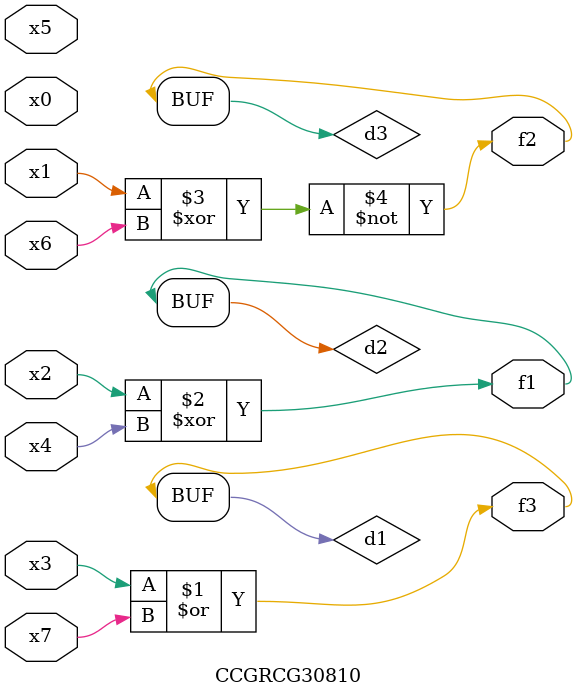
<source format=v>
module CCGRCG30810(
	input x0, x1, x2, x3, x4, x5, x6, x7,
	output f1, f2, f3
);

	wire d1, d2, d3;

	or (d1, x3, x7);
	xor (d2, x2, x4);
	xnor (d3, x1, x6);
	assign f1 = d2;
	assign f2 = d3;
	assign f3 = d1;
endmodule

</source>
